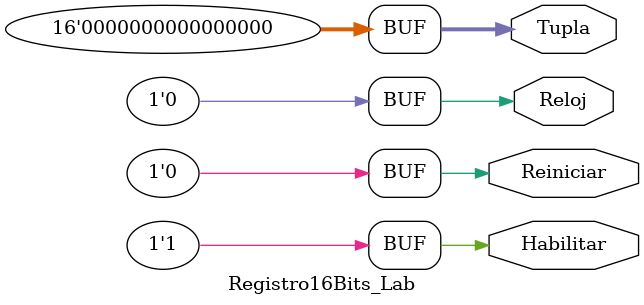
<source format=v>
module Registro16Bits_Lab (/*AUTOARG*/
   // Outputs
   Tupla, Reloj, Reiniciar, Habilitar
   ) ;
   output reg [15:0] Tupla;
   output reg Reloj, Reiniciar, Habilitar;

   wire   [15:0] RtaRegistro;
   
   Registro16Bit RegistroPrueba (RtaRegistro, Tupla, Reloj, Reiniciar, Habilitar);

   //Simulación:
   initial begin
      Tupla     = 16'h0;
      Reloj     = 1'b0;
      Reiniciar = 1'b0;
      Habilitar = 1'b0;
   end

   initial begin
      repeat (16) begin
	 #1 Reloj <= ~Reloj;
      end
   end

   initial begin
      repeat (16) begin
	 #1 Tupla <= Tupla+1;
      end
   end
   
   initial begin
      #8 Habilitar = 1'b1;
   end

   initial begin
      $dumpfile ("Registro16Bits_Lab.vcd");
      $dumpvars;
   end  
   
endmodule // Registro16Bits_Lab

</source>
